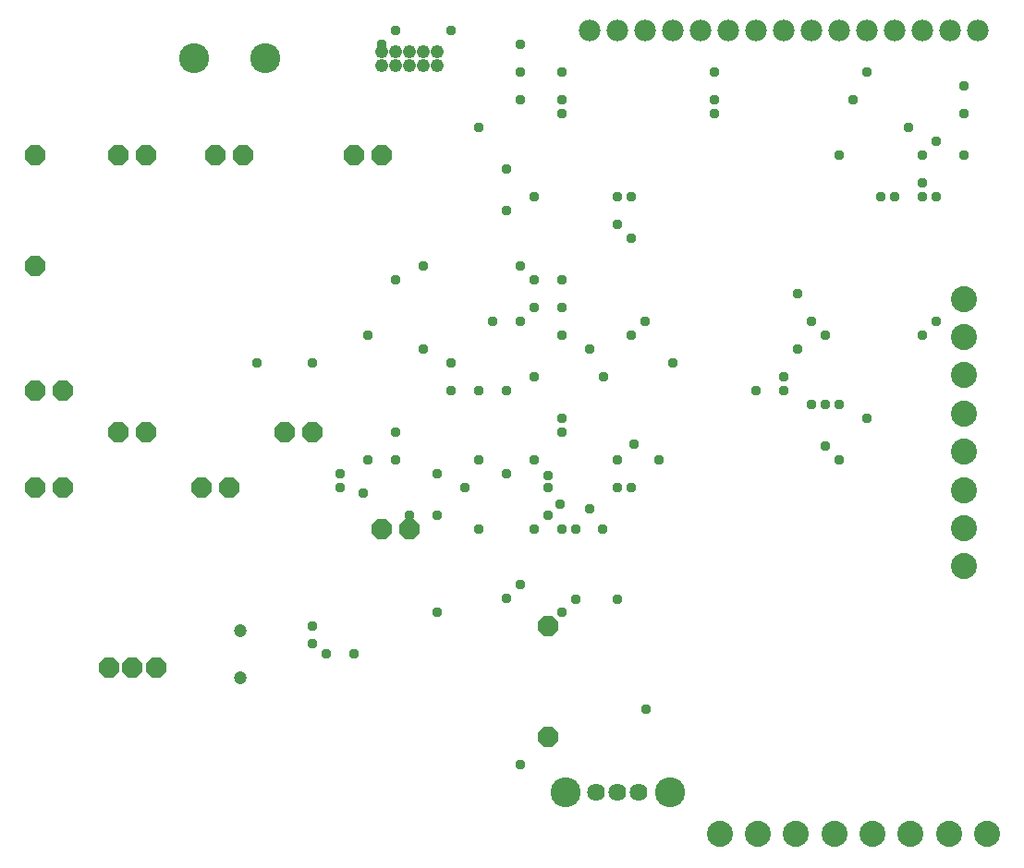
<source format=gbr>
G04 EAGLE Gerber RS-274X export*
G75*
%MOMM*%
%FSLAX34Y34*%
%LPD*%
%INSoldermask Bottom*%
%IPPOS*%
%AMOC8*
5,1,8,0,0,1.08239X$1,22.5*%
G01*
%ADD10P,1.951982X8X22.500000*%
%ADD11C,1.203200*%
%ADD12P,2.034460X8X202.500000*%
%ADD13C,1.219200*%
%ADD14C,1.981200*%
%ADD15C,2.387600*%
%ADD16P,2.034460X8X112.500000*%
%ADD17P,2.034460X8X292.500000*%
%ADD18C,1.625600*%
%ADD19C,2.743200*%
%ADD20C,0.959600*%


D10*
X177800Y406400D03*
X203200Y406400D03*
X101600Y355600D03*
X127000Y355600D03*
X101600Y444500D03*
X127000Y444500D03*
X330200Y406400D03*
X355600Y406400D03*
X393700Y660400D03*
X419100Y660400D03*
X254000Y355600D03*
X279400Y355600D03*
X419100Y317500D03*
X444500Y317500D03*
X266700Y660400D03*
X292100Y660400D03*
X177800Y660400D03*
X203200Y660400D03*
D11*
X289400Y225200D03*
X289400Y181200D03*
D12*
X212090Y190500D03*
X190500Y190500D03*
X168910Y190500D03*
D13*
X431800Y742950D03*
X444500Y742950D03*
X457200Y742950D03*
X469900Y742950D03*
X419100Y742950D03*
X431800Y755650D03*
X444500Y755650D03*
X457200Y755650D03*
X469900Y755650D03*
X419100Y755650D03*
D14*
X609600Y774700D03*
X635000Y774700D03*
X660400Y774700D03*
X685800Y774700D03*
X711200Y774700D03*
X736600Y774700D03*
X762000Y774700D03*
X787400Y774700D03*
X812800Y774700D03*
X838200Y774700D03*
X863600Y774700D03*
X889000Y774700D03*
X914400Y774700D03*
X939800Y774700D03*
X965200Y774700D03*
D15*
X833400Y38100D03*
X868400Y38100D03*
X903400Y38100D03*
X938400Y38100D03*
X973400Y38100D03*
X798400Y38100D03*
X763400Y38100D03*
X728400Y38100D03*
X952500Y423900D03*
X952500Y388900D03*
X952500Y353900D03*
X952500Y318900D03*
X952500Y283900D03*
X952500Y458900D03*
X952500Y493900D03*
X952500Y528900D03*
D16*
X101600Y558800D03*
X101600Y660400D03*
D17*
X571500Y228600D03*
X571500Y127000D03*
D18*
X635000Y76200D03*
D19*
X683000Y76200D03*
X587000Y76200D03*
D18*
X615000Y76200D03*
X654000Y76200D03*
D19*
X311900Y749300D03*
X246900Y749300D03*
D20*
X584200Y317500D03*
X584200Y241300D03*
X558800Y317500D03*
X508000Y317500D03*
X495300Y355600D03*
X469900Y368300D03*
X469900Y330200D03*
X444500Y330200D03*
X635000Y355600D03*
X635000Y381000D03*
X673100Y381000D03*
X660576Y152400D03*
X381000Y368300D03*
X401750Y350950D03*
X431800Y381000D03*
X431800Y406400D03*
X581798Y340498D03*
X609600Y336776D03*
X469900Y241300D03*
X533400Y254000D03*
X304800Y469900D03*
X355600Y469900D03*
X546100Y266700D03*
X571500Y330200D03*
X546100Y101600D03*
X622300Y457200D03*
X558800Y457200D03*
X546100Y508000D03*
X546100Y558800D03*
X533400Y609600D03*
X533400Y647700D03*
X584200Y406400D03*
X457200Y482600D03*
X584200Y419100D03*
X368300Y203200D03*
X393700Y203200D03*
X482600Y444500D03*
X482600Y469900D03*
X558800Y520700D03*
X584200Y520700D03*
X355600Y212624D03*
X355600Y228600D03*
X381000Y355600D03*
X406400Y381000D03*
X406400Y495300D03*
X431800Y546100D03*
X558800Y546100D03*
X584200Y546100D03*
X838200Y381000D03*
X863600Y419100D03*
X635000Y596900D03*
X635000Y622300D03*
X838200Y431800D03*
X647700Y584200D03*
X647700Y622300D03*
X520700Y508000D03*
X685800Y469900D03*
X508000Y444500D03*
X508000Y381000D03*
X558800Y381000D03*
X571500Y366924D03*
X533400Y368300D03*
X533400Y444500D03*
X762000Y444500D03*
X800100Y482600D03*
X800100Y533400D03*
X876300Y622300D03*
X838200Y660400D03*
X571500Y355600D03*
X457200Y558800D03*
X558800Y622300D03*
X584200Y698500D03*
X723900Y698500D03*
X825500Y431800D03*
X825500Y495300D03*
X914400Y495300D03*
X914400Y622300D03*
X889000Y622300D03*
X812800Y431800D03*
X812800Y508000D03*
X927100Y508000D03*
X927100Y622300D03*
X927100Y673100D03*
X647700Y355600D03*
X609600Y482600D03*
X508000Y685800D03*
X584200Y495300D03*
X431800Y774700D03*
X482600Y774700D03*
X546100Y711200D03*
X584200Y711200D03*
X723900Y711200D03*
X850900Y711200D03*
X901700Y685800D03*
X914400Y660400D03*
X914400Y635000D03*
X419100Y762000D03*
X546100Y762000D03*
X546100Y736600D03*
X584200Y736600D03*
X723900Y736600D03*
X863600Y736600D03*
X952500Y723900D03*
X952500Y698500D03*
X952500Y660400D03*
X660400Y508000D03*
X787400Y457200D03*
X650200Y396200D03*
X825500Y393700D03*
X647700Y495300D03*
X787400Y444500D03*
X596900Y317500D03*
X596900Y253548D03*
X635000Y253548D03*
X620924Y317500D03*
M02*

</source>
